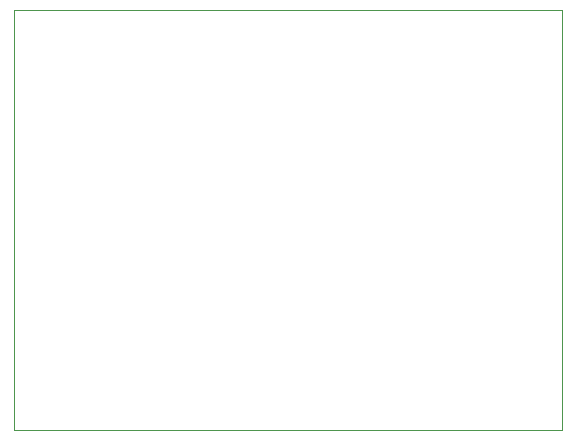
<source format=gbr>
G04 #@! TF.GenerationSoftware,KiCad,Pcbnew,5.1.4*
G04 #@! TF.CreationDate,2019-09-02T21:27:03+02:00*
G04 #@! TF.ProjectId,LORA_ATTINY84,4c4f5241-5f41-4545-9449-4e5938342e6b,rev?*
G04 #@! TF.SameCoordinates,Original*
G04 #@! TF.FileFunction,Profile,NP*
%FSLAX46Y46*%
G04 Gerber Fmt 4.6, Leading zero omitted, Abs format (unit mm)*
G04 Created by KiCad (PCBNEW 5.1.4) date 2019-09-02 21:27:03*
%MOMM*%
%LPD*%
G04 APERTURE LIST*
%ADD10C,0.050000*%
G04 APERTURE END LIST*
D10*
X92075000Y-43180000D02*
X45720000Y-43180000D01*
X92075000Y-78740000D02*
X92075000Y-43180000D01*
X45720000Y-78740000D02*
X92075000Y-78740000D01*
X45720000Y-43180000D02*
X45720000Y-78740000D01*
M02*

</source>
